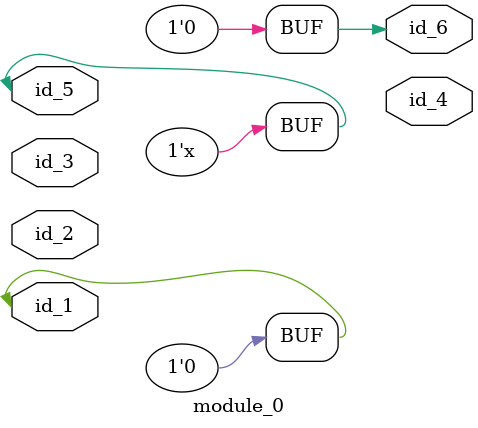
<source format=v>
`timescale 1ps / 1ps
module module_0 (
    id_1,
    id_2,
    id_3,
    id_4,
    id_5,
    id_6
);
  output id_6;
  inout id_5;
  output id_4;
  input id_3;
  input id_2;
  inout id_1;
  assign id_6 = id_1;
  reg id_6 = 1;
  always @(1) begin
    #1;
    id_6 <= 1 - 1;
    id_5 <= id_5;
  end
endmodule

</source>
